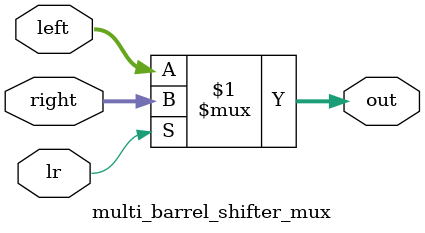
<source format=sv>
`timescale 1ns / 1ps


module multi_barrel_shifter_mux
#(parameter N = 3)
    (
        input logic lr,
        input logic [(2**N)-1:0] left,
        input logic [(2**N)-1:0] right,
        output logic [(2**N)-1:0] out
    );
    
    assign out = lr ? right : left;
    
endmodule
</source>
